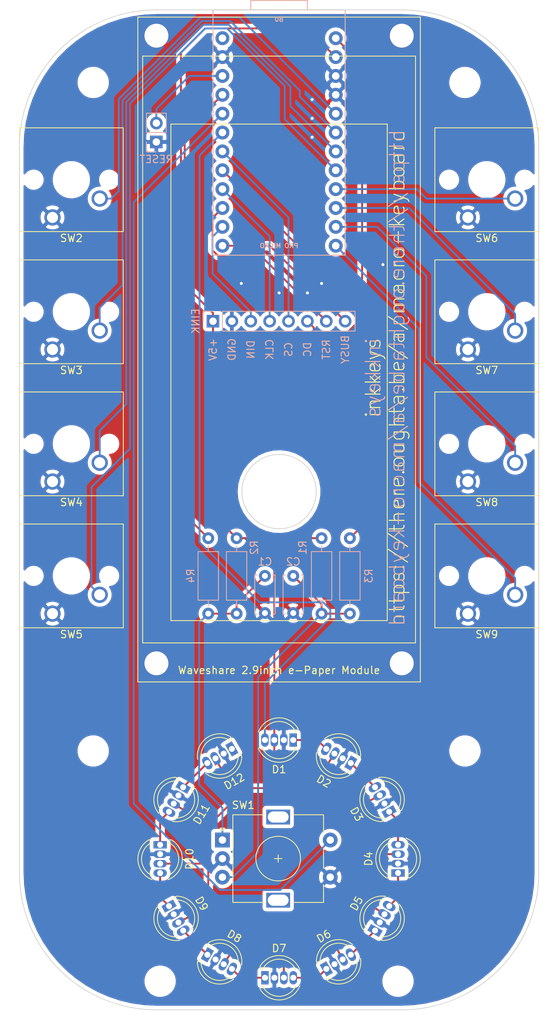
<source format=kicad_pcb>
(kicad_pcb (version 20171130) (host pcbnew 5.1.5+dfsg1-2build2)
  (layers (0 Front signal) (31 Back signal) (34 B.Paste user) (35 F.Paste user) (36 B.SilkS user) (37 F.SilkS user) (38 B.Mask user) (39 F.Mask user) (44 Edge.Cuts user))
  (net 0 "")
  (net 1 "Net-(B0-Pad1)")
  (net 2 "Net-(B0-Pad2)")
  (net 3 GND)
  (net 4 "Net-(B0-Pad5)")
  (net 5 "Net-(B0-Pad6)")
  (net 6 "Net-(B0-Pad7)")
  (net 7 "Net-(B0-Pad8)")
  (net 8 "Net-(B0-Pad9)")
  (net 9 "Net-(B0-Pad10)")
  (net 10 "Net-(B0-Pad11)")
  (net 11 "Net-(B0-Pad12)")
  (net 12 /BUSY)
  (net 13 /DIN)
  (net 14 /RST)
  (net 15 /CLK)
  (net 16 /DC)
  (net 17 /CS)
  (net 18 "Net-(B0-Pad19)")
  (net 19 "Net-(B0-Pad20)")
  (net 20 "Net-(B0-Pad22)")
  (net 21 "Net-(B0-Pad24)")
  (net 22 +5V)
  (net 23 "Net-(C1-Pad1)")
  (net 24 "Net-(C2-Pad1)")
  (net 25 "Net-(D10-Pad4)")
  (net 26 "Net-(D1-Pad1)")
  (net 27 "Net-(D2-Pad1)")
  (net 28 "Net-(D3-Pad1)")
  (net 29 "Net-(D4-Pad1)")
  (net 30 "Net-(D5-Pad1)")
  (net 31 "Net-(D6-Pad1)")
  (net 32 "Net-(D7-Pad1)")
  (net 33 "Net-(D8-Pad1)")
  (net 34 "Net-(D10-Pad1)")
  (net 35 "Net-(D11-Pad1)")
  (net 36 "Net-(D12-Pad1)")
  (module inkkeys:LED_D5.0mm-4_RGB (layer Front) (at 99.815448 136.953594 150)
    (fp_text reference D2 (at 1.904999 -3.96 150) (layer F.SilkS))
    (fp_text value PL9823-F5)
    (pad 4 thru_hole oval (at 3.81 0 150) (size 1 1.8) (drill 0.8) (layers *.Cu *.Mask) (net 26 "Net-(D1-Pad1)"))
    (pad 3 thru_hole oval (at 2.54 0 150) (size 1 1.8) (drill 0.8) (layers *.Cu *.Mask) (net 22 +5V))
    (pad 2 thru_hole oval (at 1.27 0 150) (size 1 1.8) (drill 0.8) (layers *.Cu *.Mask) (net 3 GND))
    (pad 1 thru_hole rect (at 0 0 150) (size 1 1.8) (drill 0.8) (layers *.Cu *.Mask) (net 27 "Net-(D2-Pad1)"))
  )
  (module inkkeys:LED_D5.0mm-4_RGB (layer Front) (at 104.976406 143.505448 120)
    (fp_text reference D3 (at 1.905 -3.960001 120) (layer F.SilkS))
    (fp_text value PL9823-F5)
    (pad 4 thru_hole oval (at 3.81 0 120) (size 1 1.8) (drill 0.8) (layers *.Cu *.Mask) (net 27 "Net-(D2-Pad1)"))
    (pad 3 thru_hole oval (at 2.54 0 120) (size 1 1.8) (drill 0.8) (layers *.Cu *.Mask) (net 22 +5V))
    (pad 2 thru_hole oval (at 1.27 0 120) (size 1 1.8) (drill 0.8) (layers *.Cu *.Mask) (net 3 GND))
    (pad 1 thru_hole rect (at 0 0 120) (size 1 1.8) (drill 0.8) (layers *.Cu *.Mask) (net 28 "Net-(D3-Pad1)"))
  )
  (module inkkeys:LED_D5.0mm-4_RGB (layer Front) (at 106.17 151.76 90)
    (fp_text reference D4 (at 1.905 -3.96 90) (layer F.SilkS))
    (fp_text value PL9823-F5)
    (pad 4 thru_hole oval (at 3.81 0 90) (size 1 1.8) (drill 0.8) (layers *.Cu *.Mask) (net 28 "Net-(D3-Pad1)"))
    (pad 3 thru_hole oval (at 2.54 0 90) (size 1 1.8) (drill 0.8) (layers *.Cu *.Mask) (net 22 +5V))
    (pad 2 thru_hole oval (at 1.27 0 90) (size 1 1.8) (drill 0.8) (layers *.Cu *.Mask) (net 3 GND))
    (pad 1 thru_hole rect (at 0 0 90) (size 1 1.8) (drill 0.8) (layers *.Cu *.Mask) (net 29 "Net-(D4-Pad1)"))
  )
  (module inkkeys:LED_D5.0mm-4_RGB (layer Front) (at 103.076406 159.505448 60)
    (fp_text reference D5 (at 1.904999 -3.96 60) (layer F.SilkS))
    (fp_text value PL9823-F5)
    (pad 4 thru_hole oval (at 3.81 0 60) (size 1 1.8) (drill 0.8) (layers *.Cu *.Mask) (net 29 "Net-(D4-Pad1)"))
    (pad 3 thru_hole oval (at 2.54 0 60) (size 1 1.8) (drill 0.8) (layers *.Cu *.Mask) (net 22 +5V))
    (pad 2 thru_hole oval (at 1.27 0 60) (size 1 1.8) (drill 0.8) (layers *.Cu *.Mask) (net 3 GND))
    (pad 1 thru_hole rect (at 0 0 60) (size 1 1.8) (drill 0.8) (layers *.Cu *.Mask) (net 30 "Net-(D5-Pad1)"))
  )
  (module inkkeys:LED_D5.0mm-4_RGB (layer Front) (at 96.524552 164.666406 30)
    (fp_text reference D6 (at 1.905 -3.960001 30) (layer F.SilkS))
    (fp_text value PL9823-F5)
    (pad 4 thru_hole oval (at 3.81 0 30) (size 1 1.8) (drill 0.8) (layers *.Cu *.Mask) (net 30 "Net-(D5-Pad1)"))
    (pad 3 thru_hole oval (at 2.54 0 30) (size 1 1.8) (drill 0.8) (layers *.Cu *.Mask) (net 22 +5V))
    (pad 2 thru_hole oval (at 1.27 0 30) (size 1 1.8) (drill 0.8) (layers *.Cu *.Mask) (net 3 GND))
    (pad 1 thru_hole rect (at 0 0 30) (size 1 1.8) (drill 0.8) (layers *.Cu *.Mask) (net 31 "Net-(D6-Pad1)"))
  )
  (module inkkeys:LED_D5.0mm-4_RGB (layer Front) (at 88.27 165.86)
    (fp_text reference D7 (at 1.905 -3.96) (layer F.SilkS))
    (fp_text value PL9823-F5)
    (pad 4 thru_hole oval (at 3.81 0) (size 1 1.8) (drill 0.8) (layers *.Cu *.Mask) (net 31 "Net-(D6-Pad1)"))
    (pad 3 thru_hole oval (at 2.54 0) (size 1 1.8) (drill 0.8) (layers *.Cu *.Mask) (net 22 +5V))
    (pad 2 thru_hole oval (at 1.27 0) (size 1 1.8) (drill 0.8) (layers *.Cu *.Mask) (net 3 GND))
    (pad 1 thru_hole rect (at 0 0) (size 1 1.8) (drill 0.8) (layers *.Cu *.Mask) (net 32 "Net-(D7-Pad1)"))
  )
  (module inkkeys:LED_D5.0mm-4_RGB (layer Front) (at 80.524552 162.766406 330)
    (fp_text reference D8 (at 1.904999 -3.96 150) (layer F.SilkS))
    (fp_text value PL9823-F5)
    (pad 4 thru_hole oval (at 3.81 0 330) (size 1 1.8) (drill 0.8) (layers *.Cu *.Mask) (net 32 "Net-(D7-Pad1)"))
    (pad 3 thru_hole oval (at 2.54 0 330) (size 1 1.8) (drill 0.8) (layers *.Cu *.Mask) (net 22 +5V))
    (pad 2 thru_hole oval (at 1.27 0 330) (size 1 1.8) (drill 0.8) (layers *.Cu *.Mask) (net 3 GND))
    (pad 1 thru_hole rect (at 0 0 330) (size 1 1.8) (drill 0.8) (layers *.Cu *.Mask) (net 33 "Net-(D8-Pad1)"))
  )
  (module inkkeys:LED_D5.0mm-4_RGB (layer Front) (at 75.363594 156.214552 300)
    (fp_text reference D9 (at 1.905 -3.960001 120) (layer F.SilkS))
    (fp_text value PL9823-F5)
    (pad 4 thru_hole oval (at 3.81 0 300) (size 1 1.8) (drill 0.8) (layers *.Cu *.Mask) (net 33 "Net-(D8-Pad1)"))
    (pad 3 thru_hole oval (at 2.54 0 300) (size 1 1.8) (drill 0.8) (layers *.Cu *.Mask) (net 22 +5V))
    (pad 2 thru_hole oval (at 1.27 0 300) (size 1 1.8) (drill 0.8) (layers *.Cu *.Mask) (net 3 GND))
    (pad 1 thru_hole rect (at 0 0 300) (size 1 1.8) (drill 0.8) (layers *.Cu *.Mask) (net 25 "Net-(D10-Pad4)"))
  )
  (module inkkeys:LED_D5.0mm-4_RGB (layer Front) (at 74.17 147.96 270)
    (fp_text reference D10 (at 1.905 -3.96 90) (layer F.SilkS))
    (fp_text value PL9823-F5)
    (pad 4 thru_hole oval (at 3.81 0 270) (size 1 1.8) (drill 0.8) (layers *.Cu *.Mask) (net 25 "Net-(D10-Pad4)"))
    (pad 3 thru_hole oval (at 2.54 0 270) (size 1 1.8) (drill 0.8) (layers *.Cu *.Mask) (net 22 +5V))
    (pad 2 thru_hole oval (at 1.27 0 270) (size 1 1.8) (drill 0.8) (layers *.Cu *.Mask) (net 3 GND))
    (pad 1 thru_hole rect (at 0 0 270) (size 1 1.8) (drill 0.8) (layers *.Cu *.Mask) (net 34 "Net-(D10-Pad1)"))
  )
  (module inkkeys:LED_D5.0mm-4_RGB (layer Front) (at 77.263594 140.214552 240)
    (fp_text reference D11 (at 1.904999 -3.96 60) (layer F.SilkS))
    (fp_text value PL9823-F5)
    (pad 4 thru_hole oval (at 3.81 0 240) (size 1 1.8) (drill 0.8) (layers *.Cu *.Mask) (net 34 "Net-(D10-Pad1)"))
    (pad 3 thru_hole oval (at 2.54 0 240) (size 1 1.8) (drill 0.8) (layers *.Cu *.Mask) (net 22 +5V))
    (pad 2 thru_hole oval (at 1.27 0 240) (size 1 1.8) (drill 0.8) (layers *.Cu *.Mask) (net 3 GND))
    (pad 1 thru_hole rect (at 0 0 240) (size 1 1.8) (drill 0.8) (layers *.Cu *.Mask) (net 35 "Net-(D11-Pad1)"))
  )
  (module inkkeys:LED_D5.0mm-4_RGB (layer Front) (at 83.815448 135.053594 210)
    (fp_text reference D12 (at 1.905 -3.960001 30) (layer F.SilkS))
    (fp_text value PL9823-F5)
    (pad 4 thru_hole oval (at 3.81 0 210) (size 1 1.8) (drill 0.8) (layers *.Cu *.Mask) (net 35 "Net-(D11-Pad1)"))
    (pad 3 thru_hole oval (at 2.54 0 210) (size 1 1.8) (drill 0.8) (layers *.Cu *.Mask) (net 22 +5V))
    (pad 2 thru_hole oval (at 1.27 0 210) (size 1 1.8) (drill 0.8) (layers *.Cu *.Mask) (net 3 GND))
    (pad 1 thru_hole rect (at 0 0 210) (size 1 1.8) (drill 0.8) (layers *.Cu *.Mask) (net 36 "Net-(D12-Pad1)"))
  )
  (module inkkeys:LED_D5.0mm-4_RGB (layer Front) (at 92.07 133.86 180)
    (fp_text reference D1 (at 1.905 -3.96) (layer F.SilkS))
    (fp_text value PL9823-F5)
    (pad 4 thru_hole oval (at 3.81 0 180) (size 1 1.8) (drill 0.8) (layers *.Cu *.Mask) (net 18 "Net-(B0-Pad19)"))
    (pad 3 thru_hole oval (at 2.54 0 180) (size 1 1.8) (drill 0.8) (layers *.Cu *.Mask) (net 22 +5V))
    (pad 2 thru_hole oval (at 1.27 0 180) (size 1 1.8) (drill 0.8) (layers *.Cu *.Mask) (net 3 GND))
    (pad 1 thru_hole rect (at 0 0 180) (size 1 1.8) (drill 0.8) (layers *.Cu *.Mask) (net 26 "Net-(D1-Pad1)"))
  )
  (module MountingHole:MountingHole_3.2mm_M3 (layer Front) (at 115.17 45.33)
    (fp_text reference REF** hide)
    (fp_text value MountingHole_3.2mm_M3)
    (pad 1 np_thru_hole circle (at 0 0) (size 3.2 3.2) (drill 3.2) (layers *.Cu *.Mask))
  )
  (module MountingHole:MountingHole_3.2mm_M3 (layer Front) (at 65.17 45.33)
    (fp_text reference REF** hide)
    (fp_text value MountingHole_3.2mm_M3)
    (pad 1 np_thru_hole circle (at 0 0) (size 3.2 3.2) (drill 3.2) (layers *.Cu *.Mask))
  )
  (module MountingHole:MountingHole_3.2mm_M3 (layer Front) (at 74.17 166.33)
    (fp_text reference REF** hide)
    (fp_text value MountingHole_3.2mm_M3)
    (pad 1 np_thru_hole circle (at 0 0) (size 3.2 3.2) (drill 3.2) (layers *.Cu *.Mask))
  )
  (module MountingHole:MountingHole_3.2mm_M3 (layer Front) (at 115.17 135.33)
    (fp_text reference REF** hide)
    (fp_text value MountingHole_3.2mm_M3)
    (pad 1 np_thru_hole circle (at 0 0) (size 3.2 3.2) (drill 3.2) (layers *.Cu *.Mask))
  )
  (module MountingHole:MountingHole_3.2mm_M3 (layer Front) (at 106.17 166.33)
    (fp_text reference REF** hide)
    (fp_text value MountingHole_3.2mm_M3)
    (pad 1 np_thru_hole circle (at 0 0) (size 3.2 3.2) (drill 3.2) (layers *.Cu *.Mask))
  )
  (module MountingHole:MountingHole_3.2mm_M3 (layer Front) (at 65.17 135.33)
    (fp_text reference REF** hide)
    (fp_text value MountingHole_3.2mm_M3)
    (pad 1 np_thru_hole circle (at 0 0) (size 3.2 3.2) (drill 3.2) (layers *.Cu *.Mask))
  )
  (module "inkkeys:Waveshare 2.9inch e-Paper Module" (layer Front) (at 90.17 81.28)
    (fp_text reference REF** hide)
    (fp_text value "Waveshare 2.9inch e-Paper Module" (at 0 43.18) (layer F.SilkS))
    (pad "" np_thru_hole circle (at -16.5 42.25) (size 3.2 3.2) (drill 3.2) (layers *.Cu *.Mask))
    (pad "" np_thru_hole circle (at 16.5 42.25) (size 3.2 3.2) (drill 3.2) (layers *.Cu *.Mask))
    (pad "" np_thru_hole circle (at -16.5 -42.25) (size 3.2 3.2) (drill 3.2) (layers *.Cu *.Mask))
    (pad "" np_thru_hole circle (at 16.5 -42.25) (size 3.2 3.2) (drill 3.2) (layers *.Cu *.Mask))
  )
  (module inkkeys:SPARKFUN_PRO_MICRO (layer Back) (at 90.17 52.07 180)
    (fp_text reference B0 (at 0 15.24) (layer B.SilkS) (effects (font (size 0.6096 0.6096) (thickness 0.127)) (justify mirror)))
    (fp_text value "PRO MICRO" (at 0 -15.24) (layer B.SilkS) (effects (font (size 0.6096 0.6096) (thickness 0.127)) (justify mirror)))
    (pad 24 thru_hole circle (at 7.62 12.7 180) (size 1.8796 1.8796) (drill 1.016) (layers *.Cu *.Mask) (net 21 "Net-(B0-Pad24)"))
    (pad 23 thru_hole circle (at 7.62 10.16 180) (size 1.8796 1.8796) (drill 1.016) (layers *.Cu *.Mask) (net 3 GND))
    (pad 22 thru_hole circle (at 7.62 7.62 180) (size 1.8796 1.8796) (drill 1.016) (layers *.Cu *.Mask) (net 20 "Net-(B0-Pad22)"))
    (pad 21 thru_hole circle (at 7.62 5.08 180) (size 1.8796 1.8796) (drill 1.016) (layers *.Cu *.Mask) (net 22 +5V))
    (pad 20 thru_hole circle (at 7.62 2.54 180) (size 1.8796 1.8796) (drill 1.016) (layers *.Cu *.Mask) (net 19 "Net-(B0-Pad20)"))
    (pad 19 thru_hole circle (at 7.62 0 180) (size 1.8796 1.8796) (drill 1.016) (layers *.Cu *.Mask) (net 18 "Net-(B0-Pad19)"))
    (pad 18 thru_hole circle (at 7.62 -2.54 180) (size 1.8796 1.8796) (drill 1.016) (layers *.Cu *.Mask) (net 17 /CS))
    (pad 17 thru_hole circle (at 7.62 -5.08 180) (size 1.8796 1.8796) (drill 1.016) (layers *.Cu *.Mask) (net 16 /DC))
    (pad 16 thru_hole circle (at 7.62 -7.62 180) (size 1.8796 1.8796) (drill 1.016) (layers *.Cu *.Mask) (net 15 /CLK))
    (pad 15 thru_hole circle (at 7.62 -10.16 180) (size 1.8796 1.8796) (drill 1.016) (layers *.Cu *.Mask) (net 14 /RST))
    (pad 14 thru_hole circle (at 7.62 -12.7 180) (size 1.8796 1.8796) (drill 1.016) (layers *.Cu *.Mask) (net 13 /DIN))
    (pad 13 thru_hole circle (at 7.62 -15.24 180) (size 1.8796 1.8796) (drill 1.016) (layers *.Cu *.Mask) (net 12 /BUSY))
    (pad 12 thru_hole circle (at -7.62 -15.24 180) (size 1.8796 1.8796) (drill 1.016) (layers *.Cu *.Mask) (net 11 "Net-(B0-Pad12)"))
    (pad 11 thru_hole circle (at -7.62 -12.7 180) (size 1.8796 1.8796) (drill 1.016) (layers *.Cu *.Mask) (net 10 "Net-(B0-Pad11)"))
    (pad 10 thru_hole circle (at -7.62 -10.16 180) (size 1.8796 1.8796) (drill 1.016) (layers *.Cu *.Mask) (net 9 "Net-(B0-Pad10)"))
    (pad 9 thru_hole circle (at -7.62 -7.62 180) (size 1.8796 1.8796) (drill 1.016) (layers *.Cu *.Mask) (net 8 "Net-(B0-Pad9)"))
    (pad 8 thru_hole circle (at -7.62 -5.08 180) (size 1.8796 1.8796) (drill 1.016) (layers *.Cu *.Mask) (net 7 "Net-(B0-Pad8)"))
    (pad 7 thru_hole circle (at -7.62 -2.54 180) (size 1.8796 1.8796) (drill 1.016) (layers *.Cu *.Mask) (net 6 "Net-(B0-Pad7)"))
    (pad 6 thru_hole circle (at -7.62 0 180) (size 1.8796 1.8796) (drill 1.016) (layers *.Cu *.Mask) (net 5 "Net-(B0-Pad6)"))
    (pad 5 thru_hole circle (at -7.62 2.54 180) (size 1.8796 1.8796) (drill 1.016) (layers *.Cu *.Mask) (net 4 "Net-(B0-Pad5)"))
    (pad 4 thru_hole circle (at -7.62 5.08 180) (size 1.8796 1.8796) (drill 1.016) (layers *.Cu *.Mask) (net 3 GND))
    (pad 3 thru_hole circle (at -7.62 7.62 180) (size 1.8796 1.8796) (drill 1.016) (layers *.Cu *.Mask) (net 3 GND))
    (pad 2 thru_hole circle (at -7.62 10.16 180) (size 1.8796 1.8796) (drill 1.016) (layers *.Cu *.Mask) (net 2 "Net-(B0-Pad2)"))
    (pad 1 thru_hole circle (at -7.62 12.7 180) (size 1.8796 1.8796) (drill 1.016) (layers *.Cu *.Mask) (net 1 "Net-(B0-Pad1)"))
  )
  (module Connector_PinHeader_2.54mm:PinHeader_1x08_P2.54mm_Vertical (layer Back) (at 81.28 77.47 270)
    (fp_text reference EINK (at 0 2.33 90) (layer B.SilkS) (effects (justify mirror)))
    (fp_text value Conn_01x08)
    (pad 1 thru_hole rect (at 0 0 270) (size 1.7 1.7) (drill 1) (layers *.Cu *.Mask) (net 22 +5V))
    (pad 2 thru_hole oval (at 0 -2.54 270) (size 1.7 1.7) (drill 1) (layers *.Cu *.Mask) (net 3 GND))
    (pad 3 thru_hole oval (at 0 -5.08 270) (size 1.7 1.7) (drill 1) (layers *.Cu *.Mask) (net 13 /DIN))
    (pad 4 thru_hole oval (at 0 -7.62 270) (size 1.7 1.7) (drill 1) (layers *.Cu *.Mask) (net 15 /CLK))
    (pad 5 thru_hole oval (at 0 -10.16 270) (size 1.7 1.7) (drill 1) (layers *.Cu *.Mask) (net 17 /CS))
    (pad 6 thru_hole oval (at 0 -12.7 270) (size 1.7 1.7) (drill 1) (layers *.Cu *.Mask) (net 16 /DC))
    (pad 7 thru_hole oval (at 0 -15.24 270) (size 1.7 1.7) (drill 1) (layers *.Cu *.Mask) (net 14 /RST))
    (pad 8 thru_hole oval (at 0 -17.78 270) (size 1.7 1.7) (drill 1) (layers *.Cu *.Mask) (net 12 /BUSY))
  )
  (module Connector_PinHeader_2.54mm:PinHeader_1x02_P2.54mm_Vertical (layer Back) (at 73.66 53.34)
    (fp_text reference RESET (at 0 2.33) (layer B.SilkS) (effects (justify mirror)))
    (fp_text value Conn_01x02)
    (pad 2 thru_hole oval (at 0 -2.54) (size 1.7 1.7) (drill 1) (layers *.Cu *.Mask) (net 20 "Net-(B0-Pad22)"))
    (pad 1 thru_hole rect (at 0 0) (size 1.7 1.7) (drill 1) (layers *.Cu *.Mask) (net 3 GND))
  )
  (module Button_Switch_Keyboard:SW_Cherry_MX_1.00u_PCB (layer Front) (at 59.69 63.5 180)
    (fp_text reference SW2 (at -2.54 -2.794) (layer F.SilkS))
    (fp_text value SW_Push)
    (pad "" np_thru_hole circle (at 2.54 5.08 180) (size 1.7 1.7) (drill 1.7) (layers *.Cu *.Mask))
    (pad "" np_thru_hole circle (at -7.62 5.08 180) (size 1.7 1.7) (drill 1.7) (layers *.Cu *.Mask))
    (pad "" np_thru_hole circle (at -2.54 5.08 180) (size 4 4) (drill 4) (layers *.Cu *.Mask))
    (pad 2 thru_hole circle (at -6.35 2.54 180) (size 2.2 2.2) (drill 1.5) (layers *.Cu *.Mask) (net 4 "Net-(B0-Pad5)"))
    (pad 1 thru_hole circle (at 0 0 180) (size 2.2 2.2) (drill 1.5) (layers *.Cu *.Mask) (net 3 GND))
  )
  (module Button_Switch_Keyboard:SW_Cherry_MX_1.00u_PCB (layer Front) (at 59.69 81.28 180)
    (fp_text reference SW3 (at -2.54 -2.794) (layer F.SilkS))
    (fp_text value SW_Push)
    (pad 1 thru_hole circle (at 0 0 180) (size 2.2 2.2) (drill 1.5) (layers *.Cu *.Mask) (net 3 GND))
    (pad 2 thru_hole circle (at -6.35 2.54 180) (size 2.2 2.2) (drill 1.5) (layers *.Cu *.Mask) (net 5 "Net-(B0-Pad6)"))
    (pad "" np_thru_hole circle (at -2.54 5.08 180) (size 4 4) (drill 4) (layers *.Cu *.Mask))
    (pad "" np_thru_hole circle (at -7.62 5.08 180) (size 1.7 1.7) (drill 1.7) (layers *.Cu *.Mask))
    (pad "" np_thru_hole circle (at 2.54 5.08 180) (size 1.7 1.7) (drill 1.7) (layers *.Cu *.Mask))
  )
  (module Button_Switch_Keyboard:SW_Cherry_MX_1.00u_PCB (layer Front) (at 59.69 99.06 180)
    (fp_text reference SW4 (at -2.54 -2.794) (layer F.SilkS))
    (fp_text value SW_Push)
    (pad 1 thru_hole circle (at 0 0 180) (size 2.2 2.2) (drill 1.5) (layers *.Cu *.Mask) (net 3 GND))
    (pad 2 thru_hole circle (at -6.35 2.54 180) (size 2.2 2.2) (drill 1.5) (layers *.Cu *.Mask) (net 6 "Net-(B0-Pad7)"))
    (pad "" np_thru_hole circle (at -2.54 5.08 180) (size 4 4) (drill 4) (layers *.Cu *.Mask))
    (pad "" np_thru_hole circle (at -7.62 5.08 180) (size 1.7 1.7) (drill 1.7) (layers *.Cu *.Mask))
    (pad "" np_thru_hole circle (at 2.54 5.08 180) (size 1.7 1.7) (drill 1.7) (layers *.Cu *.Mask))
  )
  (module Button_Switch_Keyboard:SW_Cherry_MX_1.00u_PCB (layer Front) (at 59.69 116.84 180)
    (fp_text reference SW5 (at -2.54 -2.794) (layer F.SilkS))
    (fp_text value SW_Push)
    (pad "" np_thru_hole circle (at 2.54 5.08 180) (size 1.7 1.7) (drill 1.7) (layers *.Cu *.Mask))
    (pad "" np_thru_hole circle (at -7.62 5.08 180) (size 1.7 1.7) (drill 1.7) (layers *.Cu *.Mask))
    (pad "" np_thru_hole circle (at -2.54 5.08 180) (size 4 4) (drill 4) (layers *.Cu *.Mask))
    (pad 2 thru_hole circle (at -6.35 2.54 180) (size 2.2 2.2) (drill 1.5) (layers *.Cu *.Mask) (net 7 "Net-(B0-Pad8)"))
    (pad 1 thru_hole circle (at 0 0 180) (size 2.2 2.2) (drill 1.5) (layers *.Cu *.Mask) (net 3 GND))
  )
  (module Button_Switch_Keyboard:SW_Cherry_MX_1.00u_PCB (layer Front) (at 115.57 63.5 180)
    (fp_text reference SW6 (at -2.54 -2.794) (layer F.SilkS))
    (fp_text value SW_Push)
    (pad 1 thru_hole circle (at 0 0 180) (size 2.2 2.2) (drill 1.5) (layers *.Cu *.Mask) (net 3 GND))
    (pad 2 thru_hole circle (at -6.35 2.54 180) (size 2.2 2.2) (drill 1.5) (layers *.Cu *.Mask) (net 8 "Net-(B0-Pad9)"))
    (pad "" np_thru_hole circle (at -2.54 5.08 180) (size 4 4) (drill 4) (layers *.Cu *.Mask))
    (pad "" np_thru_hole circle (at -7.62 5.08 180) (size 1.7 1.7) (drill 1.7) (layers *.Cu *.Mask))
    (pad "" np_thru_hole circle (at 2.54 5.08 180) (size 1.7 1.7) (drill 1.7) (layers *.Cu *.Mask))
  )
  (module Button_Switch_Keyboard:SW_Cherry_MX_1.00u_PCB (layer Front) (at 115.57 81.28 180)
    (fp_text reference SW7 (at -2.54 -2.794) (layer F.SilkS))
    (fp_text value SW_Push)
    (pad "" np_thru_hole circle (at 2.54 5.08 180) (size 1.7 1.7) (drill 1.7) (layers *.Cu *.Mask))
    (pad "" np_thru_hole circle (at -7.62 5.08 180) (size 1.7 1.7) (drill 1.7) (layers *.Cu *.Mask))
    (pad "" np_thru_hole circle (at -2.54 5.08 180) (size 4 4) (drill 4) (layers *.Cu *.Mask))
    (pad 2 thru_hole circle (at -6.35 2.54 180) (size 2.2 2.2) (drill 1.5) (layers *.Cu *.Mask) (net 9 "Net-(B0-Pad10)"))
    (pad 1 thru_hole circle (at 0 0 180) (size 2.2 2.2) (drill 1.5) (layers *.Cu *.Mask) (net 3 GND))
  )
  (module Button_Switch_Keyboard:SW_Cherry_MX_1.00u_PCB (layer Front) (at 115.57 99.06 180)
    (fp_text reference SW8 (at -2.54 -2.794) (layer F.SilkS))
    (fp_text value SW_Push)
    (pad 1 thru_hole circle (at 0 0 180) (size 2.2 2.2) (drill 1.5) (layers *.Cu *.Mask) (net 3 GND))
    (pad 2 thru_hole circle (at -6.35 2.54 180) (size 2.2 2.2) (drill 1.5) (layers *.Cu *.Mask) (net 10 "Net-(B0-Pad11)"))
    (pad "" np_thru_hole circle (at -2.54 5.08 180) (size 4 4) (drill 4) (layers *.Cu *.Mask))
    (pad "" np_thru_hole circle (at -7.62 5.08 180) (size 1.7 1.7) (drill 1.7) (layers *.Cu *.Mask))
    (pad "" np_thru_hole circle (at 2.54 5.08 180) (size 1.7 1.7) (drill 1.7) (layers *.Cu *.Mask))
  )
  (module Button_Switch_Keyboard:SW_Cherry_MX_1.00u_PCB (layer Front) (at 115.57 116.84 180)
    (fp_text reference SW9 (at -2.54 -2.794) (layer F.SilkS))
    (fp_text value SW_Push)
    (pad "" np_thru_hole circle (at 2.54 5.08 180) (size 1.7 1.7) (drill 1.7) (layers *.Cu *.Mask))
    (pad "" np_thru_hole circle (at -7.62 5.08 180) (size 1.7 1.7) (drill 1.7) (layers *.Cu *.Mask))
    (pad "" np_thru_hole circle (at -2.54 5.08 180) (size 4 4) (drill 4) (layers *.Cu *.Mask))
    (pad 2 thru_hole circle (at -6.35 2.54 180) (size 2.2 2.2) (drill 1.5) (layers *.Cu *.Mask) (net 11 "Net-(B0-Pad12)"))
    (pad 1 thru_hole circle (at 0 0 180) (size 2.2 2.2) (drill 1.5) (layers *.Cu *.Mask) (net 3 GND))
  )
  (module Capacitor_THT:C_Disc_D5.0mm_W2.5mm_P5.00mm (layer Back) (at 88.265 111.76 270)
    (fp_text reference C1 (at -1.905 0) (layer B.SilkS) (effects (justify mirror)))
    (fp_text value 10n)
    (pad 1 thru_hole circle (at 0 0 270) (size 1.6 1.6) (drill 0.8) (layers *.Cu *.Mask) (net 23 "Net-(C1-Pad1)"))
    (pad 2 thru_hole circle (at 5 0 270) (size 1.6 1.6) (drill 0.8) (layers *.Cu *.Mask) (net 3 GND))
  )
  (module Capacitor_THT:C_Disc_D5.0mm_W2.5mm_P5.00mm (layer Back) (at 92.075 111.76 270)
    (fp_text reference C2 (at -1.905 0) (layer B.SilkS) (effects (justify mirror)))
    (fp_text value 10n)
    (pad 2 thru_hole circle (at 5 0 270) (size 1.6 1.6) (drill 0.8) (layers *.Cu *.Mask) (net 3 GND))
    (pad 1 thru_hole circle (at 0 0 270) (size 1.6 1.6) (drill 0.8) (layers *.Cu *.Mask) (net 24 "Net-(C2-Pad1)"))
  )
  (module Resistor_THT:R_Axial_DIN0207_L6.3mm_D2.5mm_P10.16mm_Horizontal (layer Back) (at 95.885 116.84 90)
    (fp_text reference R1 (at 8.89 -2.54 270) (layer B.SilkS) (effects (justify mirror)))
    (fp_text value 10k)
    (pad 2 thru_hole oval (at 10.16 0 90) (size 1.6 1.6) (drill 0.8) (layers *.Cu *.Mask) (net 22 +5V))
    (pad 1 thru_hole circle (at 0 0 90) (size 1.6 1.6) (drill 0.8) (layers *.Cu *.Mask) (net 24 "Net-(C2-Pad1)"))
  )
  (module Resistor_THT:R_Axial_DIN0207_L6.3mm_D2.5mm_P10.16mm_Horizontal (layer Back) (at 84.455 116.84 90)
    (fp_text reference R2 (at 8.89 2.37 90) (layer B.SilkS) (effects (justify mirror)))
    (fp_text value 10k)
    (pad 1 thru_hole circle (at 0 0 90) (size 1.6 1.6) (drill 0.8) (layers *.Cu *.Mask) (net 23 "Net-(C1-Pad1)"))
    (pad 2 thru_hole oval (at 10.16 0 90) (size 1.6 1.6) (drill 0.8) (layers *.Cu *.Mask) (net 22 +5V))
  )
  (module Resistor_THT:R_Axial_DIN0207_L6.3mm_D2.5mm_P10.16mm_Horizontal (layer Back) (at 99.695 106.68 270)
    (fp_text reference R3 (at 5.08 -2.54 270) (layer B.SilkS) (effects (justify mirror)))
    (fp_text value 10k)
    (pad 2 thru_hole oval (at 10.16 0 270) (size 1.6 1.6) (drill 0.8) (layers *.Cu *.Mask) (net 24 "Net-(C2-Pad1)"))
    (pad 1 thru_hole circle (at 0 0 270) (size 1.6 1.6) (drill 0.8) (layers *.Cu *.Mask) (net 1 "Net-(B0-Pad1)"))
  )
  (module Resistor_THT:R_Axial_DIN0207_L6.3mm_D2.5mm_P10.16mm_Horizontal (layer Back) (at 80.645 106.68 270)
    (fp_text reference R4 (at 5.08 2.37 270) (layer B.SilkS) (effects (justify mirror)))
    (fp_text value 10k)
    (pad 1 thru_hole circle (at 0 0 270) (size 1.6 1.6) (drill 0.8) (layers *.Cu *.Mask) (net 2 "Net-(B0-Pad2)"))
    (pad 2 thru_hole oval (at 10.16 0 270) (size 1.6 1.6) (drill 0.8) (layers *.Cu *.Mask) (net 23 "Net-(C1-Pad1)"))
  )
  (module Rotary_Encoder:RotaryEncoder_Alps_EC11E-Switch_Vertical_H20mm (layer Front) (at 82.55 147.32)
    (fp_text reference SW1 (at 2.8 -4.7) (layer F.SilkS))
    (fp_text value Rotary_Encoder_Switch)
    (pad S1 thru_hole circle (at 14.5 5) (size 2 2) (drill 1) (layers *.Cu *.Mask) (net 3 GND))
    (pad S2 thru_hole circle (at 14.5 0) (size 2 2) (drill 1) (layers *.Cu *.Mask) (net 19 "Net-(B0-Pad20)"))
    (pad MP thru_hole rect (at 7.5 8.1) (size 3.2 2) (drill oval 2.8 1.5) (layers *.Cu *.Mask))
    (pad MP thru_hole rect (at 7.5 -3.1) (size 3.2 2) (drill oval 2.8 1.5) (layers *.Cu *.Mask))
    (pad B thru_hole circle (at 0 5) (size 2 2) (drill 1) (layers *.Cu *.Mask) (net 24 "Net-(C2-Pad1)"))
    (pad C thru_hole circle (at 0 2.5) (size 2 2) (drill 1) (layers *.Cu *.Mask) (net 3 GND))
    (pad A thru_hole rect (at 0 0) (size 2 2) (drill 1) (layers *.Cu *.Mask) (net 23 "Net-(C1-Pad1)"))
  )
  (gr_arc (start 106.68 53.975) (end 125.095 53.975) (angle -90) (layer Edge.Cuts) (width 0.1))
  (gr_arc (start 73.66 53.975) (end 73.66 35.56) (angle -90) (layer Edge.Cuts) (width 0.1))
  (gr_arc (start 73.66 151.765) (end 55.245 151.765) (angle -90) (layer Edge.Cuts) (width 0.1))
  (gr_arc (start 106.68 151.765) (end 106.68 170.18) (angle -90) (layer Edge.Cuts) (width 0.1))
  (gr_text BUSY (at 99.06 81.28 90) (layer B.SilkS) (effects (font (size 1 1)) (justify mirror)))
  (gr_text RST (at 96.52 81.28 90) (layer B.SilkS) (effects (font (size 1 1)) (justify mirror)))
  (gr_text DC (at 93.98 81.28 90) (layer B.SilkS) (effects (font (size 1 1)) (justify mirror)))
  (gr_text CS (at 91.44 81.28 90) (layer B.SilkS) (effects (font (size 1 1)) (justify mirror)))
  (gr_text CLK (at 88.9 81.28 90) (layer B.SilkS) (effects (font (size 1 1)) (justify mirror)))
  (gr_text DIN (at 86.36 81.28 90) (layer B.SilkS) (effects (font (size 1 1)) (justify mirror)))
  (gr_text GND (at 83.82 81.28 90) (layer B.SilkS) (effects (font (size 1 1)) (justify mirror)))
  (gr_text +5V (at 81.28 81.28 90) (layer B.SilkS) (effects (font (size 1 1)) (justify mirror)))
  (gr_line (start 73.66 170.18) (end 106.68 170.18) (layer Edge.Cuts) (width 0.1))
  (gr_line (start 125.095 53.975) (end 125.095 151.765) (layer Edge.Cuts) (width 0.1))
  (gr_line (start 73.66 35.56) (end 106.68 35.56) (layer Edge.Cuts) (width 0.1))
  (gr_line (start 55.245 53.975) (end 55.245 151.765) (layer Edge.Cuts) (width 0.1))
  (gr_circle (center 90.17 100.41) (end 95.17 100.41) (layer Edge.Cuts) (width 0.1))
  (gr_text "inkkeys\nhttps://there.oughta.be/a/macro-keyboard" (at 104.44 85.09 90) (layer B.SilkS) (effects (font (size 2 2)) (justify mirror)))
  (gr_text "inkkeys\nhttps://there.oughta.be/a/macro-keyboard" (at 104.44 85.09 90) (layer F.SilkS) (effects (font (size 2 2))))
  (segment (start 98.729799 40.309799) (end 97.79 39.37) (width 0.25) (layer Front) (net 1))
  (segment (start 101.33801 42.91801) (end 98.729799 40.309799) (width 0.25) (layer Front) (net 1))
  (segment (start 101.33801 105.03699) (end 101.33801 42.91801) (width 0.25) (layer Front) (net 1))
  (segment (start 99.695 106.68) (end 101.33801 105.03699) (width 0.25) (layer Front) (net 1))
  (segment (start 77.47 103.505) (end 80.645 106.68) (width 0.25) (layer Front) (net 2))
  (segment (start 76.96999 103.00499) (end 77.47 103.505) (width 0.25) (layer Front) (net 2))
  (segment (start 80.219799 38.055199) (end 76.96999 41.305008) (width 0.25) (layer Front) (net 2))
  (segment (start 93.935199 38.055199) (end 80.219799 38.055199) (width 0.25) (layer Front) (net 2))
  (segment (start 76.96999 41.305008) (end 76.96999 103.00499) (width 0.25) (layer Front) (net 2))
  (segment (start 97.79 41.91) (end 93.935199 38.055199) (width 0.25) (layer Front) (net 2))
  (via (at 85.09 72.39) (size 0.8) (drill 0.4) (layers Front Back) (net 3))
  (via (at 95.885 72.39) (size 0.8) (drill 0.4) (layers Front Back) (net 3))
  (via (at 90.17 73.66) (size 0.8) (drill 0.4) (layers Front Back) (net 3))
  (via (at 104.14 69.85) (size 0.8) (drill 0.4) (layers Front Back) (net 3))
  (via (at 94.615 47.625) (size 0.8) (drill 0.4) (layers Front Back) (net 3))
  (via (at 94.615 50.165) (size 0.8) (drill 0.4) (layers Front Back) (net 3))
  (via (at 94.615 52.705) (size 0.8) (drill 0.4) (layers Front Back) (net 3))
  (via (at 93.98 73.66) (size 0.8) (drill 0.4) (layers Front Back) (net 3))
  (segment (start 84.815169 36.555169) (end 96.850201 48.590201) (width 0.25) (layer Back) (net 4))
  (segment (start 79.598469 36.555169) (end 84.815169 36.555169) (width 0.25) (layer Back) (net 4))
  (segment (start 68.61196 47.541678) (end 79.598469 36.555169) (width 0.25) (layer Back) (net 4))
  (segment (start 68.61196 59.943674) (end 68.61196 47.541678) (width 0.25) (layer Back) (net 4))
  (segment (start 67.595634 60.96) (end 68.61196 59.943674) (width 0.25) (layer Back) (net 4))
  (segment (start 96.850201 48.590201) (end 97.79 49.53) (width 0.25) (layer Back) (net 4))
  (segment (start 66.04 60.96) (end 67.595634 60.96) (width 0.25) (layer Back) (net 4))
  (segment (start 83.595325 37.055179) (end 92.964 46.423854) (width 0.25) (layer Back) (net 5))
  (segment (start 69.11197 47.748788) (end 79.805579 37.055179) (width 0.25) (layer Back) (net 5))
  (segment (start 79.805579 37.055179) (end 83.595325 37.055179) (width 0.25) (layer Back) (net 5))
  (segment (start 66.04 75.656998) (end 69.11197 72.585028) (width 0.25) (layer Back) (net 5))
  (segment (start 69.11197 72.585028) (end 69.11197 47.748788) (width 0.25) (layer Back) (net 5))
  (segment (start 66.04 78.74) (end 66.04 75.656998) (width 0.25) (layer Back) (net 5))
  (segment (start 92.964 47.244) (end 97.79 52.07) (width 0.25) (layer Back) (net 5))
  (segment (start 92.964 46.423854) (end 92.964 47.244) (width 0.25) (layer Back) (net 5))
  (segment (start 80.012689 37.555189) (end 83.388215 37.555189) (width 0.25) (layer Back) (net 6))
  (segment (start 83.388215 37.555189) (end 91.694 45.860974) (width 0.25) (layer Back) (net 6))
  (segment (start 69.61198 47.955898) (end 80.012689 37.555189) (width 0.25) (layer Back) (net 6))
  (segment (start 69.61198 88.63002) (end 69.61198 47.955898) (width 0.25) (layer Back) (net 6))
  (segment (start 66.04 92.202) (end 69.61198 88.63002) (width 0.25) (layer Back) (net 6))
  (segment (start 66.04 96.52) (end 66.04 92.202) (width 0.25) (layer Back) (net 6))
  (segment (start 91.694 48.514) (end 97.79 54.61) (width 0.25) (layer Back) (net 6))
  (segment (start 91.694 45.860974) (end 91.694 48.514) (width 0.25) (layer Back) (net 6))
  (segment (start 83.181105 38.055199) (end 90.932 45.806094) (width 0.25) (layer Back) (net 7))
  (segment (start 80.219799 38.055199) (end 83.181105 38.055199) (width 0.25) (layer Back) (net 7))
  (segment (start 70.11199 94.631012) (end 70.11199 48.163008) (width 0.25) (layer Back) (net 7))
  (segment (start 64.940001 99.803001) (end 70.11199 94.631012) (width 0.25) (layer Back) (net 7))
  (segment (start 64.940001 113.200001) (end 64.940001 99.803001) (width 0.25) (layer Back) (net 7))
  (segment (start 70.11199 48.163008) (end 80.219799 38.055199) (width 0.25) (layer Back) (net 7))
  (segment (start 66.04 114.3) (end 64.940001 113.200001) (width 0.25) (layer Back) (net 7))
  (segment (start 90.932 50.292) (end 97.79 57.15) (width 0.25) (layer Back) (net 7))
  (segment (start 90.932 45.806094) (end 90.932 50.292) (width 0.25) (layer Back) (net 7))
  (segment (start 121.92 60.96) (end 109.982 60.96) (width 0.25) (layer Back) (net 8))
  (segment (start 108.712 59.69) (end 97.79 59.69) (width 0.25) (layer Back) (net 8))
  (segment (start 109.982 60.96) (end 108.712 59.69) (width 0.25) (layer Back) (net 8))
  (segment (start 121.92 77.184366) (end 121.92 78.74) (width 0.25) (layer Back) (net 9))
  (segment (start 121.92 76.494998) (end 121.92 77.184366) (width 0.25) (layer Back) (net 9))
  (segment (start 107.655002 62.23) (end 121.92 76.494998) (width 0.25) (layer Back) (net 9))
  (segment (start 97.79 62.23) (end 107.655002 62.23) (width 0.25) (layer Back) (net 9))
  (segment (start 121.92 94.964366) (end 121.92 96.52) (width 0.25) (layer Back) (net 10))
  (segment (start 109.982 82.336998) (end 121.92 94.274998) (width 0.25) (layer Back) (net 10))
  (segment (start 121.92 94.274998) (end 121.92 94.964366) (width 0.25) (layer Back) (net 10))
  (segment (start 109.982 71.374) (end 109.982 82.336998) (width 0.25) (layer Back) (net 10))
  (segment (start 103.378 64.77) (end 109.982 71.374) (width 0.25) (layer Back) (net 10))
  (segment (start 97.79 64.77) (end 103.378 64.77) (width 0.25) (layer Back) (net 10))
  (segment (start 121.92 112.744366) (end 121.92 114.3) (width 0.25) (layer Back) (net 11))
  (segment (start 121.92 112.054998) (end 121.92 112.744366) (width 0.25) (layer Back) (net 11))
  (segment (start 108.966 99.100998) (end 121.92 112.054998) (width 0.25) (layer Back) (net 11))
  (segment (start 108.966 78.486) (end 108.966 99.100998) (width 0.25) (layer Back) (net 11))
  (segment (start 97.79 67.31) (end 108.966 78.486) (width 0.25) (layer Back) (net 11))
  (segment (start 88.9 67.31) (end 82.55 67.31) (width 0.25) (layer Front) (net 12))
  (segment (start 99.06 77.47) (end 88.9 67.31) (width 0.25) (layer Front) (net 12))
  (segment (start 86.36 77.47) (end 86.36 76.2) (width 0.25) (layer Back) (net 13))
  (segment (start 81.610201 65.709799) (end 82.55 64.77) (width 0.25) (layer Back) (net 13))
  (segment (start 81.235199 66.084801) (end 81.610201 65.709799) (width 0.25) (layer Back) (net 13))
  (segment (start 81.235199 71.075199) (end 81.235199 66.084801) (width 0.25) (layer Back) (net 13))
  (segment (start 86.36 76.2) (end 81.235199 71.075199) (width 0.25) (layer Back) (net 13))
  (segment (start 81.610201 63.169799) (end 82.55 62.23) (width 0.25) (layer Front) (net 14))
  (segment (start 81.235199 63.544801) (end 81.610201 63.169799) (width 0.25) (layer Front) (net 14))
  (segment (start 81.235199 67.941105) (end 81.235199 63.544801) (width 0.25) (layer Front) (net 14))
  (segment (start 81.918895 68.624801) (end 81.235199 67.941105) (width 0.25) (layer Front) (net 14))
  (segment (start 87.674801 68.624801) (end 81.918895 68.624801) (width 0.25) (layer Front) (net 14))
  (segment (start 96.52 77.47) (end 87.674801 68.624801) (width 0.25) (layer Front) (net 14))
  (segment (start 88.9 66.04) (end 82.55 59.69) (width 0.25) (layer Back) (net 15))
  (segment (start 88.9 77.47) (end 88.9 66.04) (width 0.25) (layer Back) (net 15))
  (segment (start 94.829999 78.319999) (end 94.829999 78.827999) (width 0.25) (layer Front) (net 16))
  (segment (start 93.98 77.47) (end 94.829999 78.319999) (width 0.25) (layer Front) (net 16))
  (segment (start 94.829999 78.827999) (end 95.758 79.756) (width 0.25) (layer Front) (net 16))
  (segment (start 98.587002 79.756) (end 100.838 77.505002) (width 0.25) (layer Front) (net 16))
  (segment (start 95.758 79.756) (end 98.587002 79.756) (width 0.25) (layer Front) (net 16))
  (segment (start 100.838 75.438) (end 82.55 57.15) (width 0.25) (layer Front) (net 16))
  (segment (start 100.838 77.505002) (end 100.838 75.438) (width 0.25) (layer Front) (net 16))
  (segment (start 91.44 63.5) (end 82.55 54.61) (width 0.25) (layer Back) (net 17))
  (segment (start 91.44 77.47) (end 91.44 63.5) (width 0.25) (layer Back) (net 17))
  (segment (start 79.469999 55.150001) (end 81.610201 53.009799) (width 0.25) (layer Back) (net 18))
  (segment (start 79.469999 107.244001) (end 79.469999 55.150001) (width 0.25) (layer Back) (net 18))
  (segment (start 87.541998 115.316) (end 79.469999 107.244001) (width 0.25) (layer Back) (net 18))
  (segment (start 96.100002 115.316) (end 87.541998 115.316) (width 0.25) (layer Back) (net 18))
  (segment (start 97.060001 116.275999) (end 96.100002 115.316) (width 0.25) (layer Back) (net 18))
  (segment (start 81.610201 53.009799) (end 82.55 52.07) (width 0.25) (layer Back) (net 18))
  (segment (start 97.060001 117.404001) (end 97.060001 116.275999) (width 0.25) (layer Back) (net 18))
  (segment (start 88.26 126.204002) (end 97.060001 117.404001) (width 0.25) (layer Back) (net 18))
  (segment (start 88.26 133.86) (end 88.26 126.204002) (width 0.25) (layer Back) (net 18))
  (segment (start 82.239997 154.044999) (end 70.612 142.417002) (width 0.25) (layer Back) (net 19))
  (segment (start 90.325001 154.044999) (end 82.239997 154.044999) (width 0.25) (layer Back) (net 19))
  (segment (start 97.05 147.32) (end 90.325001 154.044999) (width 0.25) (layer Back) (net 19))
  (segment (start 70.612 61.468) (end 82.55 49.53) (width 0.25) (layer Back) (net 19))
  (segment (start 70.612 142.417002) (end 70.612 61.468) (width 0.25) (layer Back) (net 19))
  (segment (start 78.105 44.45) (end 82.55 44.45) (width 0.25) (layer Back) (net 20))
  (segment (start 73.66 48.895) (end 78.105 44.45) (width 0.25) (layer Back) (net 20))
  (segment (start 73.66 50.8) (end 73.66 48.895) (width 0.25) (layer Back) (net 20))
  (segment (start 81.615743 137.142557) (end 81.615743 136.323594) (width 0.25) (layer Front) (net 22))
  (segment (start 94.75363 106.68) (end 84.455 106.68) (width 0.25) (layer Front) (net 22))
  (segment (start 95.885 106.68) (end 94.75363 106.68) (width 0.25) (layer Front) (net 22))
  (segment (start 89.53 132.71) (end 89.53 133.86) (width 0.25) (layer Front) (net 22))
  (segment (start 89.53 110.62363) (end 89.53 132.71) (width 0.25) (layer Front) (net 22))
  (segment (start 85.58637 106.68) (end 89.53 110.62363) (width 0.25) (layer Front) (net 22))
  (segment (start 84.455 106.68) (end 85.58637 106.68) (width 0.25) (layer Front) (net 22))
  (segment (start 84.455 106.68) (end 81.28 103.505) (width 0.25) (layer Front) (net 22))
  (segment (start 81.28 103.505) (end 81.28 77.47) (width 0.25) (layer Front) (net 22))
  (segment (start 81.28 76.37) (end 77.47 72.56) (width 0.25) (layer Front) (net 22))
  (segment (start 81.28 77.47) (end 81.28 76.37) (width 0.25) (layer Front) (net 22))
  (segment (start 77.47 52.07) (end 82.55 46.99) (width 0.25) (layer Front) (net 22))
  (segment (start 77.47 72.56) (end 77.47 52.07) (width 0.25) (layer Front) (net 22))
  (segment (start 89.53 133.86) (end 89.53 140.33) (width 0.25) (layer Front) (net 22))
  (segment (start 89.53 140.33) (end 89.535 140.335) (width 0.25) (layer Front) (net 22))
  (segment (start 89.535 140.335) (end 94.615 140.335) (width 0.25) (layer Front) (net 22))
  (segment (start 85.725 140.335) (end 89.535 140.335) (width 0.25) (layer Front) (net 22))
  (segment (start 97.615743 135.683594) (end 94.615 140.335) (width 0.25) (layer Front) (net 22))
  (segment (start 103.706406 141.305743) (end 98.425 144.145) (width 0.25) (layer Front) (net 22))
  (segment (start 98.425 144.145) (end 99.695 145.415) (width 0.25) (layer Front) (net 22))
  (segment (start 94.615 140.335) (end 98.425 144.145) (width 0.25) (layer Front) (net 22))
  (segment (start 106.17 149.22) (end 99.695 149.225) (width 0.25) (layer Front) (net 22))
  (segment (start 99.695 149.225) (end 99.695 154.305) (width 0.25) (layer Front) (net 22))
  (segment (start 99.695 145.415) (end 99.695 149.225) (width 0.25) (layer Front) (net 22))
  (segment (start 104.346406 157.305743) (end 99.695 154.305) (width 0.25) (layer Front) (net 22))
  (segment (start 90.81 165.86) (end 90.805 159.385) (width 0.25) (layer Front) (net 22))
  (segment (start 90.805 159.385) (end 85.725 159.385) (width 0.25) (layer Front) (net 22))
  (segment (start 94.615 159.385) (end 90.805 159.385) (width 0.25) (layer Front) (net 22))
  (segment (start 98.724257 163.396406) (end 95.885 158.115) (width 0.25) (layer Front) (net 22))
  (segment (start 95.885 158.115) (end 94.615 159.385) (width 0.25) (layer Front) (net 22))
  (segment (start 99.695 154.305) (end 95.885 158.115) (width 0.25) (layer Front) (net 22))
  (segment (start 82.724257 164.036406) (end 85.725 159.385) (width 0.25) (layer Front) (net 22))
  (segment (start 76.633594 158.414257) (end 81.915 155.575) (width 0.25) (layer Front) (net 22))
  (segment (start 81.915 155.575) (end 80.645 154.305) (width 0.25) (layer Front) (net 22))
  (segment (start 85.725 159.385) (end 81.915 155.575) (width 0.25) (layer Front) (net 22))
  (segment (start 74.17 150.5) (end 80.645 150.495) (width 0.25) (layer Front) (net 22))
  (segment (start 80.645 150.495) (end 80.645 145.415) (width 0.25) (layer Front) (net 22))
  (segment (start 80.645 154.305) (end 80.645 150.495) (width 0.25) (layer Front) (net 22))
  (segment (start 75.993594 142.414257) (end 80.645 145.415) (width 0.25) (layer Front) (net 22))
  (segment (start 81.615743 136.323594) (end 84.455 141.605) (width 0.25) (layer Front) (net 22))
  (segment (start 84.455 141.605) (end 85.725 140.335) (width 0.25) (layer Front) (net 22))
  (segment (start 80.645 145.415) (end 84.455 141.605) (width 0.25) (layer Front) (net 22))
  (segment (start 82.55 147.32) (end 82.55 146.07) (width 0.25) (layer Back) (net 23))
  (segment (start 82.55 147.32) (end 82.55 143.002) (width 0.25) (layer Back) (net 23))
  (segment (start 79.845001 117.639999) (end 80.645 116.84) (width 0.25) (layer Back) (net 23))
  (segment (start 79.423381 118.061619) (end 79.845001 117.639999) (width 0.25) (layer Back) (net 23))
  (segment (start 79.423381 139.875381) (end 79.423381 118.061619) (width 0.25) (layer Back) (net 23))
  (segment (start 82.55 143.002) (end 79.423381 139.875381) (width 0.25) (layer Back) (net 23))
  (segment (start 84.455 115.57) (end 88.265 111.76) (width 0.25) (layer Front) (net 23))
  (segment (start 84.455 116.84) (end 84.455 115.57) (width 0.25) (layer Front) (net 23))
  (segment (start 81.77637 116.84) (end 84.455 116.84) (width 0.25) (layer Front) (net 23))
  (segment (start 80.645 116.84) (end 81.77637 116.84) (width 0.25) (layer Front) (net 23))
  (segment (start 95.085001 117.639999) (end 95.885 116.84) (width 0.25) (layer Back) (net 24))
  (segment (start 87.34999 125.37501) (end 95.085001 117.639999) (width 0.25) (layer Back) (net 24))
  (segment (start 87.34999 148.934223) (end 87.34999 125.37501) (width 0.25) (layer Back) (net 24))
  (segment (start 83.964213 152.32) (end 87.34999 148.934223) (width 0.25) (layer Back) (net 24))
  (segment (start 82.55 152.32) (end 83.964213 152.32) (width 0.25) (layer Back) (net 24))
  (segment (start 95.885 115.57) (end 92.075 111.76) (width 0.25) (layer Front) (net 24))
  (segment (start 95.885 116.84) (end 95.885 115.57) (width 0.25) (layer Front) (net 24))
  (segment (start 97.01637 116.84) (end 99.695 116.84) (width 0.25) (layer Front) (net 24))
  (segment (start 95.885 116.84) (end 97.01637 116.84) (width 0.25) (layer Front) (net 24))
  (segment (start 75.363594 156.214552) (end 74.168 155.018958) (width 0.25) (layer Front) (net 25))
  (segment (start 74.17 155.016958) (end 74.17 151.77) (width 0.25) (layer Front) (net 25))
  (segment (start 74.168 155.018958) (end 74.17 155.016958) (width 0.25) (layer Front) (net 25))
  (segment (start 95.327297 133.86) (end 96.515891 135.048594) (width 0.25) (layer Front) (net 26))
  (segment (start 92.07 133.86) (end 95.327297 133.86) (width 0.25) (layer Front) (net 26))
  (segment (start 103.067745 140.205891) (end 103.071406 140.205891) (width 0.25) (layer Front) (net 27))
  (segment (start 99.815448 136.953594) (end 103.067745 140.205891) (width 0.25) (layer Front) (net 27))
  (segment (start 106.17 144.699042) (end 106.17 147.95) (width 0.25) (layer Front) (net 28))
  (segment (start 104.976406 143.505448) (end 106.17 144.699042) (width 0.25) (layer Front) (net 28))
  (segment (start 106.17 155.017297) (end 104.981406 156.205891) (width 0.25) (layer Front) (net 29))
  (segment (start 106.17 151.76) (end 106.17 155.017297) (width 0.25) (layer Front) (net 29))
  (segment (start 99.824109 162.757745) (end 99.824109 162.761406) (width 0.25) (layer Front) (net 30))
  (segment (start 103.076406 159.505448) (end 99.824109 162.757745) (width 0.25) (layer Front) (net 30))
  (segment (start 96.524552 164.666406) (end 95.328958 165.862) (width 0.25) (layer Front) (net 31))
  (segment (start 95.326958 165.86) (end 92.08 165.86) (width 0.25) (layer Front) (net 31))
  (segment (start 95.328958 165.862) (end 95.326958 165.86) (width 0.25) (layer Front) (net 31))
  (segment (start 85.012703 165.86) (end 83.824109 164.671406) (width 0.25) (layer Front) (net 32))
  (segment (start 88.27 165.86) (end 85.012703 165.86) (width 0.25) (layer Front) (net 32))
  (segment (start 77.272255 159.514109) (end 77.268594 159.514109) (width 0.25) (layer Front) (net 33))
  (segment (start 80.524552 162.766406) (end 77.272255 159.514109) (width 0.25) (layer Front) (net 33))
  (segment (start 74.17 144.702703) (end 75.358594 143.514109) (width 0.25) (layer Front) (net 34))
  (segment (start 74.17 147.96) (end 74.17 144.702703) (width 0.25) (layer Front) (net 34))
  (segment (start 80.515891 136.962255) (end 80.515891 136.958594) (width 0.25) (layer Front) (net 35))
  (segment (start 77.263594 140.214552) (end 80.515891 136.962255) (width 0.25) (layer Front) (net 35))
  (zone (net 3) (net_name GND) (layer Back) (connect_pads (clearance 0.508)) (min_thickness 0.254) (fill yes (arc_segments 32) (thermal_gap 0.508) (thermal_bridge_width 0.508))
    (polygon (pts (xy 125.984 171.958) (xy 53.848 171.958) (xy 53.848 34.544) (xy 125.984 34.544)))
  )
  (zone (net 3) (net_name GND) (layer Front) (connect_pads (clearance 0.508)) (min_thickness 0.254) (fill yes (arc_segments 32) (thermal_gap 0.508) (thermal_bridge_width 0.508))
    (polygon (pts (xy 125.984 171.45) (xy 54.356 171.45) (xy 54.356 34.29) (xy 125.984 34.29)))
  )
)
</source>
